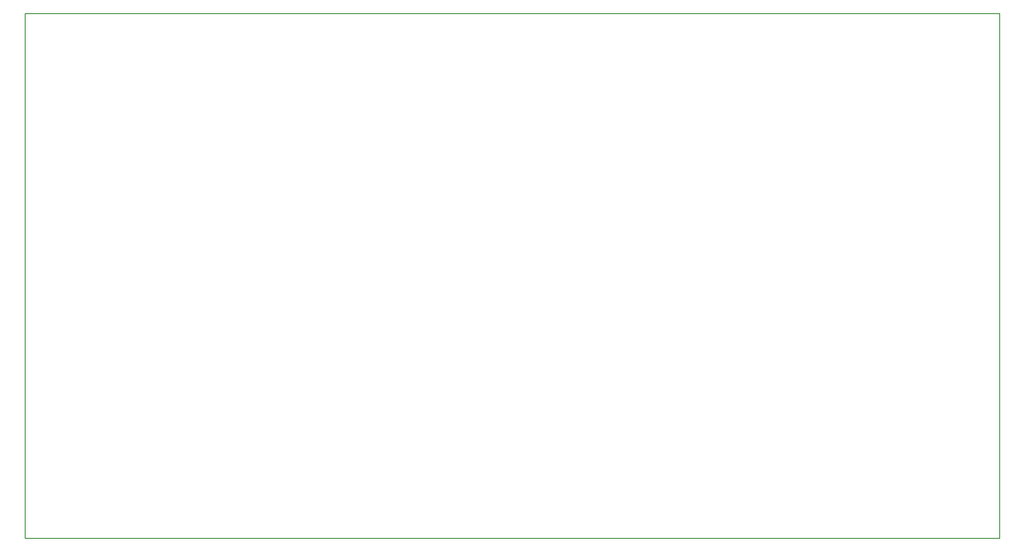
<source format=gbr>
G04 #@! TF.GenerationSoftware,KiCad,Pcbnew,(6.0.0)*
G04 #@! TF.CreationDate,2022-01-14T11:59:59-08:00*
G04 #@! TF.ProjectId,5V Buck Converter,35562042-7563-46b2-9043-6f6e76657274,rev?*
G04 #@! TF.SameCoordinates,Original*
G04 #@! TF.FileFunction,Profile,NP*
%FSLAX46Y46*%
G04 Gerber Fmt 4.6, Leading zero omitted, Abs format (unit mm)*
G04 Created by KiCad (PCBNEW (6.0.0)) date 2022-01-14 11:59:59*
%MOMM*%
%LPD*%
G01*
G04 APERTURE LIST*
G04 #@! TA.AperFunction,Profile*
%ADD10C,0.100000*%
G04 #@! TD*
G04 APERTURE END LIST*
D10*
X15113000Y-44450000D02*
X108585000Y-44450000D01*
X108585000Y-44450000D02*
X108585000Y-94869000D01*
X108585000Y-94869000D02*
X15113000Y-94869000D01*
X15113000Y-94869000D02*
X15113000Y-44450000D01*
M02*

</source>
